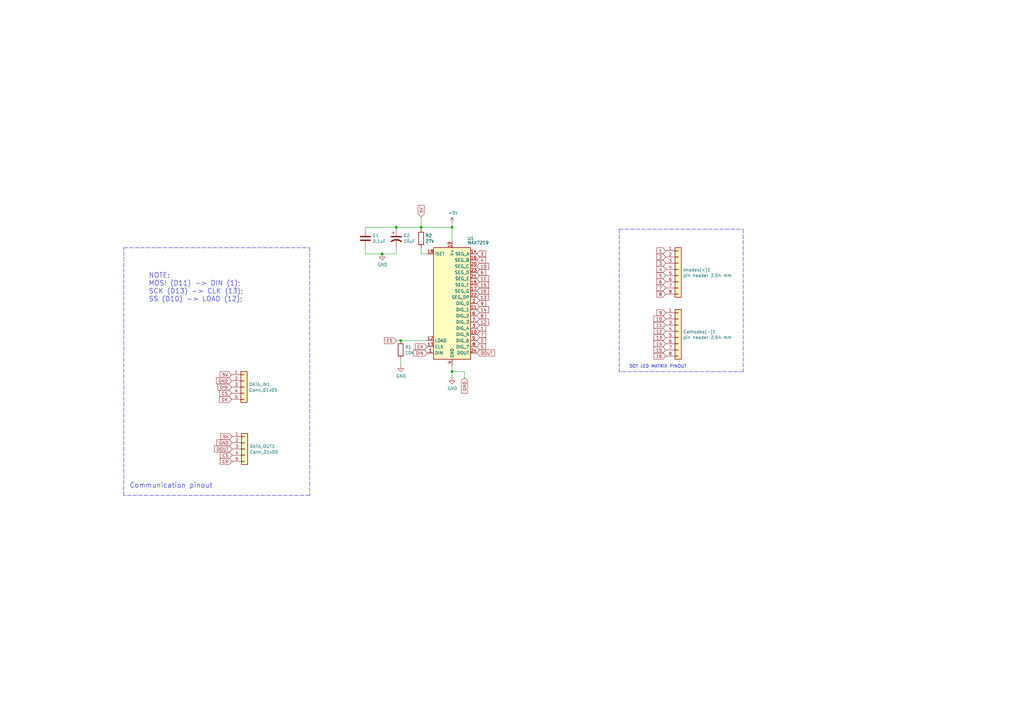
<source format=kicad_sch>
(kicad_sch (version 20211123) (generator eeschema)
  (paper "A3")
  (lib_symbols
    (symbol "Connector_Generic:Conn_01x05" (pin_names (offset 1.016) hide)
      (property "Reference" "J" (at 0 7.62 0))
      (property "Value" "Conn_01x05" (at 0 -7.62 0))
      (symbol "Conn_01x05_1_1"
        (rectangle (start -1.27 -4.953) (end 0 -5.207) (stroke (width 0.1524)))
        (rectangle (start -1.27 -2.413) (end 0 -2.667) (stroke (width 0.1524)))
        (rectangle (start -1.27 0.127) (end 0 -0.127) (stroke (width 0.1524)))
        (rectangle (start -1.27 2.667) (end 0 2.413) (stroke (width 0.1524)))
        (rectangle (start -1.27 5.207) (end 0 4.953) (stroke (width 0.1524)))
        (rectangle (start -1.27 6.35) (end 1.27 -6.35) (stroke (width 0.254)) (fill (type background)))
        (pin passive line (at -5.08 5.08 0) (length 3.81) (name "Pin_1") (number "1"))
        (pin passive line (at -5.08 2.54 0) (length 3.81) (name "Pin_2") (number "2"))
        (pin passive line (at -5.08 0 0) (length 3.81) (name "Pin_3") (number "3"))
        (pin passive line (at -5.08 -2.54 0) (length 3.81) (name "Pin_4") (number "4"))
        (pin passive line (at -5.08 -5.08 0) (length 3.81) (name "Pin_5") (number "5"))
      )
    )
    (symbol "Connector_Generic:Conn_01x08" (pin_names (offset 1.016) hide)
      (property "Reference" "J" (at 0 10.16 0))
      (property "Value" "Conn_01x08" (at 0 -12.7 0))
      (symbol "Conn_01x08_1_1"
        (rectangle (start -1.27 -10.033) (end 0 -10.287) (stroke (width 0.1524)))
        (rectangle (start -1.27 -7.493) (end 0 -7.747) (stroke (width 0.1524)))
        (rectangle (start -1.27 -4.953) (end 0 -5.207) (stroke (width 0.1524)))
        (rectangle (start -1.27 -2.413) (end 0 -2.667) (stroke (width 0.1524)))
        (rectangle (start -1.27 0.127) (end 0 -0.127) (stroke (width 0.1524)))
        (rectangle (start -1.27 2.667) (end 0 2.413) (stroke (width 0.1524)))
        (rectangle (start -1.27 5.207) (end 0 4.953) (stroke (width 0.1524)))
        (rectangle (start -1.27 7.747) (end 0 7.493) (stroke (width 0.1524)))
        (rectangle (start -1.27 8.89) (end 1.27 -11.43) (stroke (width 0.254)) (fill (type background)))
        (pin passive line (at -5.08 7.62 0) (length 3.81) (name "Pin_1") (number "1"))
        (pin passive line (at -5.08 5.08 0) (length 3.81) (name "Pin_2") (number "2"))
        (pin passive line (at -5.08 2.54 0) (length 3.81) (name "Pin_3") (number "3"))
        (pin passive line (at -5.08 0 0) (length 3.81) (name "Pin_4") (number "4"))
        (pin passive line (at -5.08 -2.54 0) (length 3.81) (name "Pin_5") (number "5"))
        (pin passive line (at -5.08 -5.08 0) (length 3.81) (name "Pin_6") (number "6"))
        (pin passive line (at -5.08 -7.62 0) (length 3.81) (name "Pin_7") (number "7"))
        (pin passive line (at -5.08 -10.16 0) (length 3.81) (name "Pin_8") (number "8"))
      )
    )
    (symbol "Device:C" (pin_numbers hide) (pin_names (offset 0.254))
      (property "Reference" "C" (at 0.635 2.54 0))
      (property "Value" "C" (at 0.635 -2.54 0))
      (symbol "C_0_1"
        (polyline (pts (xy -2.032 -0.762) (xy 2.032 -0.762)) (stroke (width 0.508)))
        (polyline (pts (xy -2.032 0.762) (xy 2.032 0.762)) (stroke (width 0.508)))
      )
      (symbol "C_1_1"
        (pin passive line (at 0 3.81 270) (length 2.794) (name "~") (number "1"))
        (pin passive line (at 0 -3.81 90) (length 2.794) (name "~") (number "2"))
      )
    )
    (symbol "Device:CP1" (pin_numbers hide) (pin_names (offset 0.254) hide)
      (property "Reference" "C" (at 0.635 2.54 0))
      (property "Value" "Device_CP1" (at 0.635 -2.54 0))
      (symbol "CP1_0_1"
        (polyline (pts (xy -2.032 0.762) (xy 2.032 0.762)) (stroke (width 0.508)))
        (polyline (pts (xy -1.778 2.286) (xy -0.762 2.286)))
        (polyline (pts (xy -1.27 1.778) (xy -1.27 2.794)))
        (arc (start 2.032 -1.27) (mid 0 -0.5572) (end -2.032 -1.27) (stroke (width 0.508)))
      )
      (symbol "CP1_1_1"
        (pin passive line (at 0 3.81 270) (length 2.794) (name "~") (number "1"))
        (pin passive line (at 0 -3.81 90) (length 3.302) (name "~") (number "2"))
      )
    )
    (symbol "Device:R" (pin_numbers hide) (pin_names (offset 0))
      (property "Reference" "R" (at 2.032 0 90))
      (property "Value" "R" (at 0 0 90))
      (symbol "R_0_1"
        (rectangle (start -1.016 -2.54) (end 1.016 2.54) (stroke (width 0.254)))
      )
      (symbol "R_1_1"
        (pin passive line (at 0 3.81 270) (length 1.27) (name "~") (number "1"))
        (pin passive line (at 0 -3.81 90) (length 1.27) (name "~") (number "2"))
      )
    )
    (symbol "Driver_LED:MAX7219"
      (property "Reference" "U" (at -6.35 24.13 0))
      (property "Value" "MAX7219" (at 1.27 25.4 0))
      (symbol "MAX7219_0_1"
        (rectangle (start -7.62 22.86) (end 7.62 -22.86) (stroke (width 0.254)) (fill (type background)))
      )
      (symbol "MAX7219_1_1"
        (pin input line (at -10.16 -20.32 0) (length 2.54) (name "DIN") (number "1"))
        (pin output line (at 10.16 -12.7 180) (length 2.54) (name "DIG_5") (number "10"))
        (pin output line (at 10.16 -2.54 180) (length 2.54) (name "DIG_1") (number "11"))
        (pin input line (at -10.16 -15.24 0) (length 2.54) (name "LOAD") (number "12"))
        (pin input line (at -10.16 -17.78 0) (length 2.54) (name "CLK") (number "13"))
        (pin output line (at 10.16 20.32 180) (length 2.54) (name "SEG_A") (number "14"))
        (pin output line (at 10.16 7.62 180) (length 2.54) (name "SEG_F") (number "15"))
        (pin output line (at 10.16 17.78 180) (length 2.54) (name "SEG_B") (number "16"))
        (pin output line (at 10.16 5.08 180) (length 2.54) (name "SEG_G") (number "17"))
        (pin input line (at -10.16 20.32 0) (length 2.54) (name "ISET") (number "18"))
        (pin power_in line (at 0 25.4 270) (length 2.54) (name "V+") (number "19"))
        (pin output line (at 10.16 0 180) (length 2.54) (name "DIG_0") (number "2"))
        (pin output line (at 10.16 15.24 180) (length 2.54) (name "SEG_C") (number "20"))
        (pin output line (at 10.16 10.16 180) (length 2.54) (name "SEG_E") (number "21"))
        (pin output line (at 10.16 2.54 180) (length 2.54) (name "SEG_DP") (number "22"))
        (pin output line (at 10.16 12.7 180) (length 2.54) (name "SEG_D") (number "23"))
        (pin output line (at 10.16 -20.32 180) (length 2.54) (name "DOUT") (number "24"))
        (pin output line (at 10.16 -10.16 180) (length 2.54) (name "DIG_4") (number "3"))
        (pin power_in line (at 0 -25.4 90) (length 2.54) (name "GND") (number "4"))
        (pin output line (at 10.16 -15.24 180) (length 2.54) (name "DIG_6") (number "5"))
        (pin output line (at 10.16 -5.08 180) (length 2.54) (name "DIG_2") (number "6"))
        (pin output line (at 10.16 -7.62 180) (length 2.54) (name "DIG_3") (number "7"))
        (pin output line (at 10.16 -17.78 180) (length 2.54) (name "DIG_7") (number "8"))
        (pin passive line (at 0 -25.4 90) (length 2.54) hide (name "GND") (number "9"))
      )
    )
    (symbol "power:+5V" (power) (pin_names (offset 0))
      (property "Value" "+5V" (at 0 3.556 0))
      (symbol "+5V_0_1"
        (polyline (pts (xy -0.762 1.27) (xy 0 2.54)))
        (polyline (pts (xy 0 0) (xy 0 2.54)))
        (polyline (pts (xy 0 2.54) (xy 0.762 1.27)))
      )
      (symbol "+5V_1_1"
        (pin power_in line (at 0 0 90) (length 0) hide (name "+5V") (number "1"))
      )
    )
    (symbol "power:GND" (power) (pin_names (offset 0))
      (property "Value" "GND" (at 0 -3.81 0))
      (symbol "GND_0_1"
        (polyline (pts (xy 0 0) (xy 0 -1.27) (xy 1.27 -1.27) (xy 0 -2.54) (xy -1.27 -1.27) (xy 0 -1.27)))
      )
      (symbol "GND_1_1"
        (pin power_in line (at 0 0 270) (length 0) hide (name "GND") (number "1"))
      )
    )
  )
  (junction (at 172.72 93.218))
  (junction (at 156.718 104.14))
  (junction (at 164.338 139.7))
  (junction (at 185.42 93.218))
  (junction (at 185.42 152.4))
  (junction (at 162.56 93.218))
  (wire (pts (xy 190.5 154.94) (xy 190.5 152.4)))
  (wire (pts (xy 162.56 93.218) (xy 149.86 93.218)))
  (wire (pts (xy 164.338 139.7) (xy 175.26 139.7)))
  (wire (pts (xy 172.72 88.9) (xy 172.72 93.218)))
  (wire (pts (xy 172.72 93.218) (xy 162.56 93.218)))
  (polyline (pts (xy 254 93.98) (xy 304.8 93.98)))
  (wire (pts (xy 172.72 93.218) (xy 185.42 93.218)))
  (wire (pts (xy 149.86 104.14) (xy 156.718 104.14)))
  (wire (pts (xy 162.56 93.98) (xy 162.56 93.218)))
  (wire (pts (xy 156.718 104.14) (xy 162.56 104.14)))
  (wire (pts (xy 185.42 93.218) (xy 185.42 91.694)))
  (wire (pts (xy 185.42 99.06) (xy 185.42 93.218)))
  (wire (pts (xy 172.72 101.6) (xy 172.72 104.14)))
  (wire (pts (xy 162.56 139.7) (xy 164.338 139.7)))
  (wire (pts (xy 172.72 93.98) (xy 172.72 93.218)))
  (wire (pts (xy 164.338 149.86) (xy 164.338 147.32)))
  (polyline (pts (xy 304.8 93.98) (xy 304.8 152.4)))
  (wire (pts (xy 162.56 104.14) (xy 162.56 101.6)))
  (wire (pts (xy 185.42 149.86) (xy 185.42 152.4)))
  (wire (pts (xy 185.42 152.4) (xy 185.42 154.94)))
  (wire (pts (xy 149.86 101.6) (xy 149.86 104.14)))
  (polyline (pts (xy 127 101.6) (xy 127 203.2)))
  (wire (pts (xy 172.72 104.14) (xy 175.26 104.14)))
  (polyline (pts (xy 127 203.2) (xy 50.8 203.2)))
  (polyline (pts (xy 254 93.98) (xy 254 152.4)))
  (polyline (pts (xy 304.8 152.4) (xy 254 152.4)))
  (polyline (pts (xy 50.8 101.6) (xy 127 101.6)))
  (polyline (pts (xy 50.8 203.2) (xy 50.8 101.6)))
  (wire (pts (xy 190.5 152.4) (xy 185.42 152.4)))
  (wire (pts (xy 149.86 93.218) (xy 149.86 93.98)))
  (text "NOTE: \nMOSI (D11) -> DIN (1);\nSCK (D13) -> CLK (13);\nSS (D10) -> LOAD (12);" (at 60.96 123.952 0) (effects (font (size 2.0066 2.0066)) (justify left bottom)))
  (text "DOT LED MATRIX PINOUT" (at 258.064 151.13 0) (effects (font (size 1.27 1.27)) (justify left bottom)))
  (text "Communication pinout" (at 53.086 200.406 0) (effects (font (size 2.0066 2.0066)) (justify left bottom)))
  (global_label "4" (shape input) (at 273.05 110.49 180) (property "Intersheet References" "${INTERSHEET_REFS}" (effects hide)))
  (global_label "CS" (shape input) (at 162.56 139.7 180) (property "Intersheet References" "${INTERSHEET_REFS}" (effects hide)))
  (global_label "15" (shape input) (at 273.05 143.51 180) (property "Intersheet References" "${INTERSHEET_REFS}" (effects hide)))
  (global_label "CK" (shape input) (at 175.26 142.24 180) (property "Intersheet References" "${INTERSHEET_REFS}" (effects hide)))
  (global_label "11" (shape input) (at 273.05 133.35 180) (property "Intersheet References" "${INTERSHEET_REFS}" (effects hide)))
  (global_label "9" (shape input) (at 273.05 128.27 180) (property "Intersheet References" "${INTERSHEET_REFS}" (effects hide)))
  (global_label "2" (shape input) (at 195.58 139.7 0) (property "Intersheet References" "${INTERSHEET_REFS}" (effects hide)))
  (global_label "GND" (shape input) (at 95.25 181.61 180) (property "Intersheet References" "${INTERSHEET_REFS}" (effects hide)))
  (global_label "5V" (shape input) (at 94.996 153.67 180) (property "Intersheet References" "${INTERSHEET_REFS}" (effects hide)))
  (global_label "5" (shape input) (at 195.58 142.24 0) (property "Intersheet References" "${INTERSHEET_REFS}" (effects hide)))
  (global_label "7" (shape input) (at 195.58 137.16 0) (property "Intersheet References" "${INTERSHEET_REFS}" (effects hide)))
  (global_label "CK" (shape input) (at 94.996 163.83 180) (property "Intersheet References" "${INTERSHEET_REFS}" (effects hide)))
  (global_label "12" (shape input) (at 195.58 132.08 0) (property "Intersheet References" "${INTERSHEET_REFS}" (effects hide)))
  (global_label "1" (shape input) (at 273.05 102.87 180) (property "Intersheet References" "${INTERSHEET_REFS}" (effects hide)))
  (global_label "GND" (shape input) (at 94.996 156.21 180) (property "Intersheet References" "${INTERSHEET_REFS}" (effects hide)))
  (global_label "8" (shape input) (at 195.58 129.54 0) (property "Intersheet References" "${INTERSHEET_REFS}" (effects hide)))
  (global_label "5V" (shape input) (at 172.72 88.9 90) (property "Intersheet References" "${INTERSHEET_REFS}" (effects hide)))
  (global_label "16" (shape input) (at 195.58 119.38 0) (property "Intersheet References" "${INTERSHEET_REFS}" (effects hide)))
  (global_label "4" (shape input) (at 195.58 106.68 0) (property "Intersheet References" "${INTERSHEET_REFS}" (effects hide)))
  (global_label "DIN" (shape input) (at 175.26 144.78 180) (property "Intersheet References" "${INTERSHEET_REFS}" (effects hide)))
  (global_label "DIN" (shape input) (at 94.996 158.75 180) (property "Intersheet References" "${INTERSHEET_REFS}" (effects hide)))
  (global_label "1" (shape input) (at 195.58 134.62 0) (property "Intersheet References" "${INTERSHEET_REFS}" (effects hide)))
  (global_label "14" (shape input) (at 273.05 140.97 180) (property "Intersheet References" "${INTERSHEET_REFS}" (effects hide)))
  (global_label "6" (shape input) (at 195.58 111.76 0) (property "Intersheet References" "${INTERSHEET_REFS}" (effects hide)))
  (global_label "15" (shape input) (at 195.58 116.84 0) (property "Intersheet References" "${INTERSHEET_REFS}" (effects hide)))
  (global_label "14" (shape input) (at 195.58 127 0) (property "Intersheet References" "${INTERSHEET_REFS}" (effects hide)))
  (global_label "2" (shape input) (at 273.05 105.41 180) (property "Intersheet References" "${INTERSHEET_REFS}" (effects hide)))
  (global_label "CK" (shape input) (at 95.25 189.23 180) (property "Intersheet References" "${INTERSHEET_REFS}" (effects hide)))
  (global_label "CS" (shape input) (at 94.996 161.29 180) (property "Intersheet References" "${INTERSHEET_REFS}" (effects hide)))
  (global_label "7" (shape input) (at 273.05 118.11 180) (property "Intersheet References" "${INTERSHEET_REFS}" (effects hide)))
  (global_label "5" (shape input) (at 273.05 113.03 180) (property "Intersheet References" "${INTERSHEET_REFS}" (effects hide)))
  (global_label "8" (shape input) (at 273.05 120.65 180) (property "Intersheet References" "${INTERSHEET_REFS}" (effects hide)))
  (global_label "DOUT" (shape input) (at 95.25 184.15 180) (property "Intersheet References" "${INTERSHEET_REFS}" (effects hide)))
  (global_label "12" (shape input) (at 273.05 135.89 180) (property "Intersheet References" "${INTERSHEET_REFS}" (effects hide)))
  (global_label "3" (shape input) (at 273.05 107.95 180) (property "Intersheet References" "${INTERSHEET_REFS}" (effects hide)))
  (global_label "6" (shape input) (at 273.05 115.57 180) (property "Intersheet References" "${INTERSHEET_REFS}" (effects hide)))
  (global_label "16" (shape input) (at 273.05 146.05 180) (property "Intersheet References" "${INTERSHEET_REFS}" (effects hide)))
  (global_label "10" (shape input) (at 195.58 109.22 0) (property "Intersheet References" "${INTERSHEET_REFS}" (effects hide)))
  (global_label "9" (shape input) (at 195.58 124.46 0) (property "Intersheet References" "${INTERSHEET_REFS}" (effects hide)))
  (global_label "5V" (shape input) (at 95.25 179.07 180) (property "Intersheet References" "${INTERSHEET_REFS}" (effects hide)))
  (global_label "13" (shape input) (at 273.05 138.43 180) (property "Intersheet References" "${INTERSHEET_REFS}" (effects hide)))
  (global_label "10" (shape input) (at 273.05 130.81 180) (property "Intersheet References" "${INTERSHEET_REFS}" (effects hide)))
  (global_label "CS" (shape input) (at 95.25 186.69 180) (property "Intersheet References" "${INTERSHEET_REFS}" (effects hide)))
  (global_label "3" (shape input) (at 195.58 104.14 0) (property "Intersheet References" "${INTERSHEET_REFS}" (effects hide)))
  (global_label "11" (shape input) (at 195.58 114.3 0) (property "Intersheet References" "${INTERSHEET_REFS}" (effects hide)))
  (global_label "DOUT" (shape input) (at 195.58 144.78 0) (property "Intersheet References" "${INTERSHEET_REFS}" (effects hide)))
  (global_label "13" (shape input) (at 195.58 121.92 0) (property "Intersheet References" "${INTERSHEET_REFS}" (effects hide)))
  (global_label "GND" (shape input) (at 190.5 154.94 270) (property "Intersheet References" "${INTERSHEET_REFS}" (effects hide)))
  (symbol (lib_id "Driver_LED:MAX7219") (at 185.42 124.46 0) (unit 1)
    (property "Reference" "U1" (at 193.04 97.79 0))
    (property "Value" "MAX7219" (at 196.088 99.568 0))
    (property "Footprint" "Package_SO:SOP-24_7.5x15.4mm_P1.27mm" (effects hide))
    (property "Datasheet" "https://datasheets.maximintegrated.com/en/ds/MAX7219-MAX7221.pdf" (effects hide))
  )
  (symbol (lib_id "Connector_Generic:Conn_01x08") (at 278.13 110.49 0) (unit 1)
    (property "Reference" "Anodes(+)1" (at 280.162 110.6932 0) (effects (justify left)))
    (property "Value" "pin header 2.54 mm" (at 280.162 113.0046 0) (effects (justify left)))
    (property "Footprint" "Connector_PinHeader_2.54mm:PinHeader_1x08_P2.54mm_Vertical" (effects hide))
  )
  (symbol (lib_id "Connector_Generic:Conn_01x08") (at 278.13 135.89 0) (unit 1)
    (property "Reference" "Cathodes(-)1" (at 280.162 136.0932 0) (effects (justify left)))
    (property "Value" "pin header 2.54 mm" (at 280.162 138.4046 0) (effects (justify left)))
    (property "Footprint" "Connector_PinHeader_2.54mm:PinHeader_1x08_P2.54mm_Vertical" (effects hide))
  )
  (symbol (lib_id "power:+5V") (at 185.42 91.694 0) (unit 1)
    (property "Reference" "#PWR0101" (effects hide))
    (property "Value" "+5V" (at 185.801 87.2998 0))
  )
  (symbol (lib_id "Device:R") (at 172.72 97.79 0) (unit 1)
    (property "Reference" "R2" (at 174.498 96.6216 0) (effects (justify left)))
    (property "Value" "27k" (at 174.498 98.933 0) (effects (justify left)))
    (property "Footprint" "Resistor_SMD:R_1206_3216Metric_Pad1.42x1.75mm_HandSolder" (effects hide))
  )
  (symbol (lib_id "Device:C") (at 149.86 97.79 0) (unit 1)
    (property "Reference" "C1" (at 152.781 96.6216 0) (effects (justify left)))
    (property "Value" "0,1uF" (at 152.781 98.933 0) (effects (justify left)))
    (property "Footprint" "Capacitor_SMD:C_1206_3216Metric_Pad1.42x1.75mm_HandSolder" (effects hide))
  )
  (symbol (lib_id "Device:CP1") (at 162.56 97.79 0) (unit 1)
    (property "Reference" "C2" (at 165.481 96.6216 0) (effects (justify left)))
    (property "Value" "10uF" (at 165.481 98.933 0) (effects (justify left)))
    (property "Footprint" "Capacitor_SMD:CP_Elec_5x3" (effects hide))
  )
  (symbol (lib_id "power:GND") (at 185.42 154.94 0) (unit 1)
    (property "Reference" "#PWR0102" (effects hide))
    (property "Value" "GND" (at 185.547 159.3342 0))
  )
  (symbol (lib_id "power:GND") (at 156.718 104.14 0) (unit 1)
    (property "Reference" "#PWR0103" (effects hide))
    (property "Value" "GND" (at 156.845 108.5342 0))
  )
  (symbol (lib_id "Connector_Generic:Conn_01x05") (at 100.076 158.75 0) (unit 1)
    (property "Reference" "DATA_IN1" (at 102.108 157.6832 0) (effects (justify left)))
    (property "Value" "Conn_01x05" (at 102.108 159.9946 0) (effects (justify left)))
    (property "Footprint" "Connector_PinHeader_1.27mm:PinHeader_1x05_P1.27mm_Vertical" (effects hide))
  )
  (symbol (lib_id "Connector_Generic:Conn_01x05") (at 100.33 184.15 0) (unit 1)
    (property "Reference" "DATA_OUT1" (at 102.362 183.0832 0) (effects (justify left)))
    (property "Value" "Conn_01x05" (at 102.362 185.3946 0) (effects (justify left)))
    (property "Footprint" "Connector_PinHeader_1.27mm:PinHeader_1x05_P1.27mm_Vertical" (effects hide))
  )
  (symbol (lib_id "Device:R") (at 164.338 143.51 0) (unit 1)
    (property "Reference" "R1" (at 166.116 142.3416 0) (effects (justify left)))
    (property "Value" "10k" (at 166.116 144.653 0) (effects (justify left)))
    (property "Footprint" "Resistor_SMD:R_1206_3216Metric_Pad1.42x1.75mm_HandSolder" (effects hide))
  )
  (symbol (lib_id "power:GND") (at 164.338 149.86 0) (unit 1)
    (property "Reference" "#PWR0104" (effects hide))
    (property "Value" "GND" (at 164.465 154.2542 0))
  )
)
</source>
